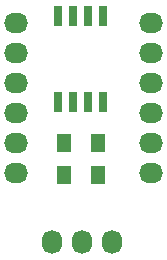
<source format=gts>
G04 #@! TF.FileFunction,Soldermask,Top*
%FSLAX46Y46*%
G04 Gerber Fmt 4.6, Leading zero omitted, Abs format (unit mm)*
G04 Created by KiCad (PCBNEW (2015-04-22 BZR 5620)-product) date 06/08/2015 11:36:45*
%MOMM*%
G01*
G04 APERTURE LIST*
%ADD10C,0.100000*%
%ADD11O,2.032000X1.727200*%
%ADD12O,1.727200X2.032000*%
%ADD13R,1.300000X1.500000*%
%ADD14R,0.650000X1.700000*%
G04 APERTURE END LIST*
D10*
D11*
X202565000Y-103632000D03*
X202565000Y-106172000D03*
X202565000Y-108712000D03*
X202565000Y-111252000D03*
X202565000Y-113792000D03*
X202565000Y-116332000D03*
X213995000Y-103632000D03*
X213995000Y-106172000D03*
X213995000Y-108712000D03*
X213995000Y-111252000D03*
X213995000Y-113792000D03*
X213995000Y-116332000D03*
D12*
X210693000Y-122174000D03*
X208153000Y-122174000D03*
X205613000Y-122174000D03*
D13*
X206629000Y-116539000D03*
X206629000Y-113839000D03*
X209550000Y-116539000D03*
X209550000Y-113839000D03*
D14*
X209931000Y-103030000D03*
X208661000Y-103030000D03*
X207391000Y-103030000D03*
X206121000Y-103030000D03*
X206121000Y-110330000D03*
X207391000Y-110330000D03*
X208661000Y-110330000D03*
X209931000Y-110330000D03*
M02*

</source>
